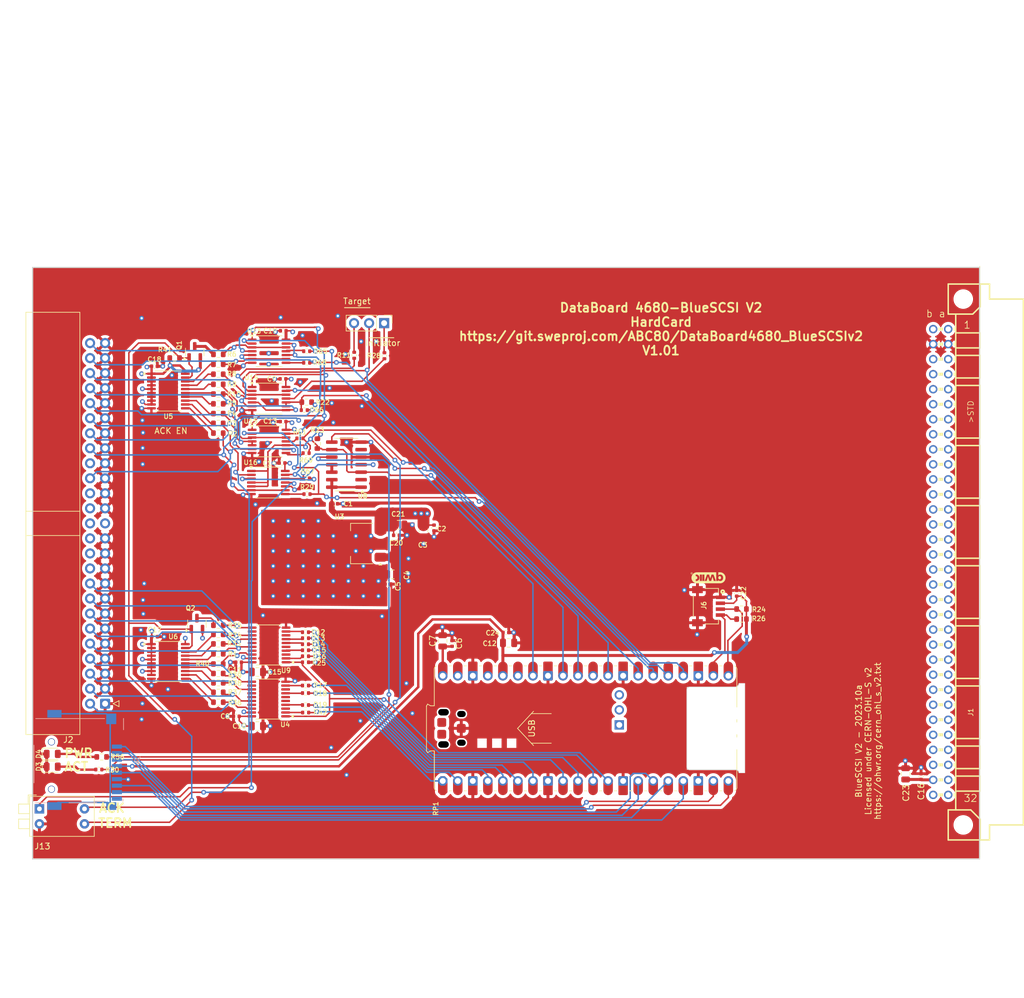
<source format=kicad_pcb>
(kicad_pcb
	(version 20240108)
	(generator "pcbnew")
	(generator_version "8.0")
	(general
		(thickness 1.6)
		(legacy_teardrops no)
	)
	(paper "A4")
	(title_block
		(title "4680-BlueSCSI V2")
		(date "2024-12-23")
		(rev "1.01")
		(company "SweProj.com")
	)
	(layers
		(0 "F.Cu" signal)
		(1 "In1.Cu" signal)
		(2 "In2.Cu" signal)
		(31 "B.Cu" signal)
		(32 "B.Adhes" user "B.Adhesive")
		(33 "F.Adhes" user "F.Adhesive")
		(34 "B.Paste" user)
		(35 "F.Paste" user)
		(36 "B.SilkS" user "B.Silkscreen")
		(37 "F.SilkS" user "F.Silkscreen")
		(38 "B.Mask" user)
		(39 "F.Mask" user)
		(40 "Dwgs.User" user "User.Drawings")
		(41 "Cmts.User" user "User.Comments")
		(42 "Eco1.User" user "User.Eco1")
		(43 "Eco2.User" user "User.Eco2")
		(44 "Edge.Cuts" user)
		(45 "Margin" user)
		(46 "B.CrtYd" user "B.Courtyard")
		(47 "F.CrtYd" user "F.Courtyard")
		(48 "B.Fab" user)
		(49 "F.Fab" user)
	)
	(setup
		(stackup
			(layer "F.SilkS"
				(type "Top Silk Screen")
			)
			(layer "F.Paste"
				(type "Top Solder Paste")
			)
			(layer "F.Mask"
				(type "Top Solder Mask")
				(thickness 0.01)
			)
			(layer "F.Cu"
				(type "copper")
				(thickness 0.035)
			)
			(layer "dielectric 1"
				(type "prepreg")
				(thickness 0.1)
				(material "FR4")
				(epsilon_r 4.5)
				(loss_tangent 0.02)
			)
			(layer "In1.Cu"
				(type "copper")
				(thickness 0.035)
			)
			(layer "dielectric 2"
				(type "core")
				(thickness 1.24)
				(material "FR4")
				(epsilon_r 4.5)
				(loss_tangent 0.02)
			)
			(layer "In2.Cu"
				(type "copper")
				(thickness 0.035)
			)
			(layer "dielectric 3"
				(type "prepreg")
				(thickness 0.1)
				(material "FR4")
				(epsilon_r 4.5)
				(loss_tangent 0.02)
			)
			(layer "B.Cu"
				(type "copper")
				(thickness 0.035)
			)
			(layer "B.Mask"
				(type "Bottom Solder Mask")
				(thickness 0.01)
			)
			(layer "B.Paste"
				(type "Bottom Solder Paste")
			)
			(layer "B.SilkS"
				(type "Bottom Silk Screen")
			)
			(copper_finish "None")
			(dielectric_constraints no)
		)
		(pad_to_mask_clearance 0)
		(allow_soldermask_bridges_in_footprints no)
		(aux_axis_origin 100 63.8)
		(pcbplotparams
			(layerselection 0x00010fc_ffffffff)
			(plot_on_all_layers_selection 0x0000000_00000000)
			(disableapertmacros no)
			(usegerberextensions no)
			(usegerberattributes yes)
			(usegerberadvancedattributes yes)
			(creategerberjobfile yes)
			(dashed_line_dash_ratio 12.000000)
			(dashed_line_gap_ratio 3.000000)
			(svgprecision 6)
			(plotframeref no)
			(viasonmask no)
			(mode 1)
			(useauxorigin no)
			(hpglpennumber 1)
			(hpglpenspeed 20)
			(hpglpendiameter 15.000000)
			(pdf_front_fp_property_popups yes)
			(pdf_back_fp_property_popups yes)
			(dxfpolygonmode yes)
			(dxfimperialunits yes)
			(dxfusepcbnewfont yes)
			(psnegative no)
			(psa4output no)
			(plotreference yes)
			(plotvalue yes)
			(plotfptext yes)
			(plotinvisibletext no)
			(sketchpadsonfab no)
			(subtractmaskfromsilk no)
			(outputformat 1)
			(mirror no)
			(drillshape 0)
			(scaleselection 1)
			(outputdirectory "gerber")
		)
	)
	(net 0 "")
	(net 1 "GND")
	(net 2 "+2V8")
	(net 3 "+5V")
	(net 4 "iATN")
	(net 5 "oIO")
	(net 6 "oREQ")
	(net 7 "oSEL")
	(net 8 "oBSY")
	(net 9 "SD_CLK")
	(net 10 "oCD_iSEL")
	(net 11 "ATN")
	(net 12 "BSY")
	(net 13 "DBP")
	(net 14 "ACK")
	(net 15 "RST")
	(net 16 "MSG")
	(net 17 "SEL")
	(net 18 "CD")
	(net 19 "REQ")
	(net 20 "IO")
	(net 21 "DB7")
	(net 22 "DB6")
	(net 23 "DB5")
	(net 24 "DB4")
	(net 25 "DB3")
	(net 26 "DB2")
	(net 27 "DB1")
	(net 28 "DB0")
	(net 29 "+3V3")
	(net 30 "oMSG_iBSY")
	(net 31 "+5F")
	(net 32 "SD_CMD_MOSI")
	(net 33 "DB4T")
	(net 34 "DB5T")
	(net 35 "DB6T")
	(net 36 "DB7T")
	(net 37 "DBPT")
	(net 38 "DB0T")
	(net 39 "DB1T")
	(net 40 "DB3T")
	(net 41 "DB2T")
	(net 42 "SD_D0_MISO")
	(net 43 "DBPTr")
	(net 44 "Net-(D3-A)")
	(net 45 "Net-(D4-A)")
	(net 46 "SD_D1")
	(net 47 "SD_D2")
	(net 48 "unconnected-(J2-Pin_22-Pad22)")
	(net 49 "unconnected-(J2-Pin_20-Pad20)")
	(net 50 "unconnected-(J2-Pin_25-Pad25)")
	(net 51 "SD_D3_CS")
	(net 52 "iRST")
	(net 53 "unconnected-(J2-Pin_24-Pad24)")
	(net 54 "iACK")
	(net 55 "unconnected-(J2-Pin_30-Pad30)")
	(net 56 "unconnected-(J2-Pin_28-Pad28)")
	(net 57 "unconnected-(J2-Pin_34-Pad34)")
	(net 58 "SCL")
	(net 59 "iSEL")
	(net 60 "TRM_ON_J")
	(net 61 "unconnected-(J4-SHIELD-Pad10)")
	(net 62 "unconnected-(J4-CD-Pad9)")
	(net 63 "unconnected-(U8-Pad2)")
	(net 64 "Net-(J10-Pin_3)")
	(net 65 "Net-(J10-Pin_1)")
	(net 66 "Net-(R56-Pad1)")
	(net 67 "Net-(U8-Pad11)")
	(net 68 "Net-(Q1-D)")
	(net 69 "iBSY")
	(net 70 "iCD")
	(net 71 "iMSG")
	(net 72 "iIO")
	(net 73 "oACK")
	(net 74 "iREQ")
	(net 75 "SDA")
	(net 76 "Net-(Q2-D)")
	(net 77 "Net-(U5-B8)")
	(net 78 "Net-(U5-B7)")
	(net 79 "Net-(U5-B6)")
	(net 80 "Net-(U5-B5)")
	(net 81 "Net-(U5-B1)")
	(net 82 "Net-(U5-B2)")
	(net 83 "Net-(U5-B3)")
	(net 84 "Net-(U5-B4)")
	(net 85 "Net-(RP1-G8)")
	(net 86 "Net-(RP1-G7)")
	(net 87 "Net-(RP1-G6)")
	(net 88 "Net-(RP1-G5)")
	(net 89 "Net-(RP1-G4)")
	(net 90 "Net-(RP1-G3)")
	(net 91 "!oBSY")
	(net 92 "Net-(RP1-G2)")
	(net 93 "Net-(RP1-G1)")
	(net 94 "Net-(RP1-G0)")
	(net 95 "Net-(RP1-G28)")
	(net 96 "unconnected-(RP1-ADC_VREF-Pad35)")
	(net 97 "unconnected-(RP1-3v3_EN-Pad37)")
	(net 98 "unconnected-(RP1-VSYS-Pad39)")
	(net 99 "unconnected-(RP1-RUN-Pad30)")
	(net 100 "unconnected-(U4-B5-Pad14)")
	(net 101 "unconnected-(U4-A5-Pad6)")
	(net 102 "USB_DM")
	(net 103 "USB_DP")
	(net 104 "ACKDr")
	(net 105 "Net-(R30-Pad1)")
	(net 106 "unconnected-(U8-Pad6)")
	(net 107 "unconnected-(U4-A2-Pad3)")
	(net 108 "unconnected-(U4-B4-Pad15)")
	(net 109 "unconnected-(U4-A7-Pad8)")
	(net 110 "unconnected-(U4-B2-Pad17)")
	(net 111 "unconnected-(U4-B7-Pad12)")
	(net 112 "unconnected-(U4-A4-Pad5)")
	(net 113 "unconnected-(U9-B7-Pad12)")
	(net 114 "unconnected-(U9-B4-Pad15)")
	(net 115 "unconnected-(U9-A2-Pad3)")
	(net 116 "unconnected-(U9-A7-Pad8)")
	(net 117 "unconnected-(U9-A4-Pad5)")
	(net 118 "unconnected-(U9-B2-Pad17)")
	(net 119 "unconnected-(J1-Pin_b9-PadB9)")
	(net 120 "unconnected-(J1-Pin_a26-PadA26)")
	(net 121 "unconnected-(J1-Pin_b18-PadB18)")
	(net 122 "unconnected-(J1-Pin_b4-PadB4)")
	(net 123 "unconnected-(J1-Pin_a28-PadA28)")
	(net 124 "unconnected-(J1-Pin_b3-PadB3)")
	(net 125 "unconnected-(J1-Pin_a19-PadA19)")
	(net 126 "unconnected-(J1-Pin_a8-PadA8)")
	(net 127 "unconnected-(J1-Pin_a17-PadA17)")
	(net 128 "unconnected-(J1-Pin_a9-PadA9)")
	(net 129 "unconnected-(J1-Pin_a22-PadA22)")
	(net 130 "unconnected-(J1-Pin_a30-PadA30)")
	(net 131 "unconnected-(J1-Pin_b12-PadB12)")
	(net 132 "unconnected-(J1-Pin_b23-PadB23)")
	(net 133 "unconnected-(J1-Pin_a27-PadA27)")
	(net 134 "unconnected-(J1-Pin_b11-PadB11)")
	(net 135 "unconnected-(J1-Pin_a5-PadA5)")
	(net 136 "unconnected-(J1-Pin_a3-PadA3)")
	(net 137 "unconnected-(J1-Pin_a10-PadA10)")
	(net 138 "unconnected-(J1-Pin_a4-PadA4)")
	(net 139 "unconnected-(J1-Pin_a13-PadA13)")
	(net 140 "unconnected-(J1-Pin_b26-PadB26)")
	(net 141 "unconnected-(J1-Pin_b20-PadB20)")
	(net 142 "unconnected-(J1-Pin_b22-PadB22)")
	(net 143 "unconnected-(J1-Pin_b28-PadB28)")
	(net 144 "unconnected-(J1-Pin_a15-PadA15)")
	(net 145 "unconnected-(J1-Pin_b19-PadB19)")
	(net 146 "unconnected-(J1-Pin_a7-PadA7)")
	(net 147 "unconnected-(J1-Pin_b6-PadB6)")
	(net 148 "unconnected-(J1-Pin_a12-PadA12)")
	(net 149 "unconnected-(J1-Pin_b25-PadB25)")
	(net 150 "unconnected-(J1-Pin_b30-PadB30)")
	(net 151 "unconnected-(J1-Pin_b1-PadB1)")
	(net 152 "unconnected-(J1-Pin_b21-PadB21)")
	(net 153 "unconnected-(J1-Pin_a25-PadA25)")
	(net 154 "unconnected-(J1-Pin_b29-PadB29)")
	(net 155 "unconnected-(J1-Pin_b17-PadB17)")
	(net 156 "unconnected-(J1-Pin_b7-PadB7)")
	(net 157 "unconnected-(J1-Pin_a18-PadA18)")
	(net 158 "unconnected-(J1-Pin_a20-PadA20)")
	(net 159 "unconnected-(J1-Pin_b15-PadB15)")
	(net 160 "unconnected-(J1-Pin_b32-PadB32)")
	(net 161 "unconnected-(J1-Pin_b8-PadB8)")
	(net 162 "unconnected-(J1-Pin_a6-PadA6)")
	(net 163 "unconnected-(J1-Pin_a23-PadA23)")
	(net 164 "unconnected-(J1-Pin_b27-PadB27)")
	(net 165 "unconnected-(J1-Pin_a1-PadA1)")
	(net 166 "unconnected-(J1-Pin_b13-PadB13)")
	(net 167 "unconnected-(J1-Pin_b16-PadB16)")
	(net 168 "unconnected-(J1-Pin_a14-PadA14)")
	(net 169 "unconnected-(J1-Pin_b5-PadB5)")
	(net 170 "unconnected-(J1-Pin_a32-PadA32)")
	(net 171 "unconnected-(J1-Pin_b10-PadB10)")
	(net 172 "unconnected-(J1-Pin_a16-PadA16)")
	(net 173 "unconnected-(J1-Pin_b14-PadB14)")
	(net 174 "unconnected-(J1-Pin_a11-PadA11)")
	(net 175 "unconnected-(J1-Pin_a21-PadA21)")
	(net 176 "unconnected-(J1-Pin_b24-PadB24)")
	(net 177 "unconnected-(J1-Pin_a29-PadA29)")
	(net 178 "unconnected-(J1-Pin_a24-PadA24)")
	(net 179 "Net-(U6-B3)")
	(net 180 "Net-(U6-B2)")
	(net 181 "Net-(U6-B1)")
	(net 182 "Net-(U6-B8)")
	(net 183 "Net-(U6-B7)")
	(net 184 "Net-(U6-B6)")
	(net 185 "Net-(U6-B5)")
	(net 186 "Net-(U6-B4)")
	(net 187 "unconnected-(RP1-ADC_VREF-Pad35)_1")
	(net 188 "unconnected-(RP1-VSYS-Pad39)_1")
	(net 189 "unconnected-(RP1-3v3_EN-Pad37)_1")
	(net 190 "unconnected-(RP1-RUN-Pad30)_1")
	(footprint "Capacitor_SMD:C_0805_2012Metric" (layer "F.Cu") (at 146.05 104.521 -90))
	(footprint "Capacitor_SMD:C_0805_2012Metric" (layer "F.Cu") (at 140.848 111.887))
	(footprint "Package_TO_SOT_SMD:SOT-223-3_TabPin2" (layer "F.Cu") (at 135.636 106.68 180))
	(footprint "Capacitor_SMD:C_0402_1005Metric" (layer "F.Cu") (at 131.036 99.949))
	(footprint "Capacitor_SMD:C_0402_1005Metric" (layer "F.Cu") (at 147.828 104.041 -90))
	(footprint "Capacitor_SMD:C_0402_1005Metric" (layer "F.Cu") (at 140.053 113.538))
	(footprint "Capacitor_SMD:C_0805_2012Metric" (layer "F.Cu") (at 160.4264 123.4694))
	(footprint "Resistor_SMD:R_0402_1005Metric" (layer "F.Cu") (at 126.1384 135.255 180))
	(footprint "Resistor_SMD:R_0603_1608Metric" (layer "F.Cu") (at 91.6686 142.748 180))
	(footprint "Resistor_SMD:R_0402_1005Metric" (layer "F.Cu") (at 125.9078 84.1248 180))
	(footprint "Resistor_SMD:R_0402_1005Metric" (layer "F.Cu") (at 91.186 144.8816 180))
	(footprint "Package_TO_SOT_SMD:SOT-23" (layer "F.Cu") (at 107.3912 74.2927 90))
	(footprint "Resistor_SMD:R_0603_1608Metric" (layer "F.Cu") (at 111.3793 128.6486))
	(footprint "Capacitor_SMD:C_0402_1005Metric" (layer "F.Cu") (at 100.612 122.428))
	(footprint "Resistor_SMD:R_0402_1005Metric" (layer "F.Cu") (at 126.113 125.73 180))
	(footprint "Resistor_SMD:R_0603_1608Metric" (layer "F.Cu") (at 111.379 84.709))
	(footprint "Capacitor_SMD:C_0402_1005Metric" (layer "F.Cu") (at 230.124 146.078 -90))
	(footprint "Resistor_SMD:R_0603_1608Metric" (layer "F.Cu") (at 199.788741 117.752345))
	(footprint "Resistor_SMD:R_0402_1005Metric" (layer "F.Cu") (at 126.2614 95.6564))
	(footprint "Connector_IDC:IDC-Header_2x25_P2.54mm_Horizontal" (layer "F.Cu") (at 92.25 133.75 180))
	(footprint "Resistor_SMD:R_0603_1608Metric" (layer "F.Cu") (at 111.3793 123.6448))
	(footprint "Package_SO:TSSOP-20_4.4x6.5mm_P0.65mm" (layer "F.Cu") (at 102.9385 80.895))
	(footprint "Resistor_SMD:R_0603_1608Metric" (layer "F.Cu") (at 111.3831 133.5))
	(footprint "Resistor_SMD:R_0603_1608Metric" (layer "F.Cu") (at 111.379 83.058))
	(footprint "Package_SO:TSSOP-14_4.4x5mm_P0.65mm" (layer "F.Cu") (at 119.9565 82.169))
	(footprint "BlackSASI:FAB64Q"
		(layer "F.Cu")
		(uuid "26208410-b861-443a-96ab-4be8c1b4e911")
		(at 237.25 109.8)
		(descr "<b>DIN 41612 CONNECTOR</b>\n<p>\nMale, 64 pins, type B, rows ab, grid 2.54 mm<br />\nFemale, 64 bits, type Q, rows ab, grid 2.54 mm<br />\nB mates with Q, but pin numbers reversed\n</p>")
		(property "Reference" "J1"
			(at 1.27 25.4 90)
			(layer "F.SilkS")
			(uuid "13087239-ed6a-43c7-b15a-24cec44e09eb")
			(effects
				(font
					(size 0.8 0.8)
					(thickness 0.12065)
				)
			)
		)
		(property "Value" "Conn_02x32_Row_Letter_First"
			(at 1.27 5.1054 90)
			(layer "F.Fab")
			(uuid "6247e465-381f-4619-8f0a-f9e43208278e")
			(effects
				(font
					(size 1.2065 1.2065)
					(thickness 0.12065)
				)
			)
		)
		(property "Footprint" "BlackSASI:FAB64Q"
			(at 0 0 0)
			(layer "F.Fab")
			(hide yes)
			(uuid "d027eda5-0b2f-421a-a229-90d8e6b161e1")
			(effects
				(font
					(size 1.27 1.27)
					(thickness 0.15)
				)
			)
		)
		(property "Datasheet" ""
			(at 0 0 0)
			(layer "F.Fab")
			(hide yes)
			(uuid "20ec8b47-169f-427a-a1cf-5fdfef213965")
			(effects
				(font
					(size 1.27 1.27)
					(thickness 0.15)
				)
			)
		)
		(property "Description" "Generic connector, double row, 02x32, row letter first pin numbering scheme (pin number consists of a letter for the row and a number for the pin index in this row. a1, ..., aN; b1, ..., bN), script generated (kicad-library-utils/schlib/autogen/connector/)"
			(at 0 0 0)
			(layer "F.Fab")
			(hide yes)
			(uuid "f08dad7b-b8e7-42e9-9ba5-c348c261e890")
			(effects
				(font
					(size 1.27 1.27)
					(thickness 0.15)
				)
			)
		)
		(property "JLC Part#" ""
			(at 0 0 0)
			(unlocked yes)
			(layer "F.Fab")
			(hide yes)
			(uuid "19db3a7e-b123-427f-a3fd-8724e1b058f8")
			(effects
				(font
					(size 1 1)
					(thickness 0.15)
				)
			)
		)
		(property ki_fp_filters "Connector*:*_2x??_*")
		(path "/f03a5fc0-9798-4033-842c-4371c8fa3a63/0da800b7-5ded-4613-a609-6dc6dede600b")
		(sheetname "SCSI_And_Power")
		(sheetfile "SCSI_And_Power.kicad_sch")
		(attr through_hole)
		(fp_line
			(start -2.54 -46.99)
			(end -2.54 -41.91)
			(stroke
				(width 0.254)
				(type solid)
			)
			(layer "F.SilkS")
			(uuid "7fe355ae-2b60-419b-8ca9-7b773909a919")
		)
		(fp_line
			(start -2.54 -41.91)
			(end -1.27 -41.91)
			(stroke
				(width 0.254)
				(type solid)
			)
			(layer "F.SilkS")
			(uuid "ca1eea0f-6eec-4e05-80d6-f9e06a356ad1")
		)
		(fp_line
			(start -2.54 41.91)
			(end -2.54 46.99)
			(stroke
				(width 0.254)
				(type solid)
			)
			(layer "F.SilkS")
			(uuid "747409f7-f7e6-403b-8eb1-5e72662ec4c1")
		)
		(fp_line
			(start -2.54 41.91)
			(end -1.27 41.91)
			(stroke
				(width 0.254)
				(type solid)
			)
			(layer "F.SilkS")
			(uuid "9d42bcf1-305e-4df9-9642-4a9807f0269d")
		)
		(fp_line
			(start -2.54 46.99)
			(end 2.8702 46.99)
			(stroke
				(width 0.254)
				(type solid)
			)
			(layer "F.SilkS")
			(uuid "3e519f2c-1d97-4dc1-b426-e217a2f6715a")
		)
		(fp_line
			(start -1.27 -41.91)
			(end -1.27 -38.735)
			(stroke
				(width 0.254)
				(type solid)
			)
			(layer "F.SilkS")
			(uuid "c29f44a0-7057-40a5-8b1b-3f708fc410d9")
		)
		(fp_line
			(start -1.27 -41.91)
			(end 1.6002 -41.91)
			(stroke
				(width 0.254)
				(type solid)
			)
			(layer "F.SilkS")
			(uuid "5e33f08f-357a-45af-be65-18a5f560d149")
		)
		(fp_line
			(start -1.27 -38.735)
			(end -1.27 -36.195)
			(stroke
				(width 0.254)
				(type solid)
			)
			(layer "F.SilkS")
			(uuid "a8d1c501-979d-45c0-a2d5-c4c5b1bffe42")
		)
		(fp_line
			(start -1.27 -36.195)
			(end -1.27 -34.925)
			(stroke
				(width 0.254)
				(type solid)
			)
			(layer "F.SilkS")
			(uuid "f1031821-08fa-43c6-a8ec-9ad6491f88ee")
		)
		(fp_line
			(start -1.27 -34.925)
			(end -1.27 -31.115)
			(stroke
				(width 0.254)
				(type solid)
			)
			(layer "F.SilkS")
			(uuid "9a4aa2cb-8636-47b9-9dc5-22e90707da90")
		)
		(fp_line
			(start -1.27 -31.115)
			(end -1.27 -29.845)
			(stroke
				(width 0.254)
				(type solid)
			)
			(layer "F.SilkS")
			(uuid "14b5d4bd-ef60-445b-9e3a-ff45b7e111f5")
		)
		(fp_line
			(start -1.27 -29.845)
			(end -1.27 -20.955)
			(stroke
				(width 0.254)
				(type solid)
			)
			(layer "F.SilkS")
			(uuid "020b770c-6288-4c35-a64d-cff6006c4bd6")
		)
		(fp_line
			(start -1.27 -20.955)
			(end -1.27 -19.685)
			(stroke
				(width 0.254)
				(type solid)
			)
			(layer "F.SilkS")
			(uuid "2a344c93-ff9a-4149-8601-597681d1c130")
		)
		(fp_line
			(start -1.27 -19.685)
			(end -1.27 -10.795)
			(stroke
				(width 0.254)
				(type solid)
			)
			(layer "F.SilkS")
			(uuid "3551ea3d-4a5a-4e7a-a9d1-e6cead56cfad")
		)
		(fp_line
			(start -1.27 -10.795)
			(end -1.27 -9.525)
			(stroke
				(width 0.254)
				(type solid)
			)
			(layer "F.SilkS")
			(uuid "c742c6fa-fe37-41fd-aa9c-94d9784ff366")
		)
		(fp_line
			(start -1.27 -9.525)
			(end -1.27 -0.635)
			(stroke
				(width 0.254)
				(type solid)
			)
			(layer "F.SilkS")
			(uuid "40802b4a-bde8-4270-b283-d48de14e2940")
		)
		(fp_line
			(start -1.27 -0.635)
			(end -1.27 0.635)
			(stroke
				(width 0.254)
				(type solid)
			)
			(layer "F.SilkS")
			(uuid "7e5e78a6-db3e-4d72-adea-da016d8b50b7")
		)
		(fp_line
			(start -1.27 0.635)
			(end -1.27 9.525)
			(stroke
				(width 0.254)
				(type solid)
			)
			(layer "F.SilkS")
			(uuid "ea9317b7-fbb6-45ef-9734-2d7e2d0c1c4b")
		)
		(fp_line
			(start -1.27 9.525)
			(end -1.27 10.795)
			(stroke
				(width 0.254)
				(type solid)
			)
			(layer "F.SilkS")
			(uuid "6ef6cc35-22ff-456b-b5ca-3e8989abc4aa")
		)
		(fp_line
			(start -1.27 10.795)
			(end -1.27 19.685)
			(stroke
				(width 0.254)
				(type solid)
			)
			(layer "F.SilkS")
			(uuid "c0acbf16-6105-4222-82c0-f139af1464df")
		)
		(fp_line
			(start -1.27 19.685)
			(end -1.27 20.955)
			(stroke
				(width 0.254)
				(type solid)
			)
			(layer "F.SilkS")
			(uuid "ca96b7e3-84a6-425e-99c0-0ce1c647a6e8")
		)
		(fp_line
			(start -1.27 20.955)
			(end -1.27 29.845)
			(stroke
				(width 0.254)
				(type solid)
			)
			(layer "F.SilkS")
			(uuid "330dbb8a-4b18-4a61-a1f3-037b91e215dc")
		)
		(fp_line
			(start -1.27 29.845)
			(end -1.27 31.115)
			(stroke
				(width 0.254)
				(type solid)
			)
			(layer "F.SilkS")
			(uuid "5fdf6a28-2b27-4159-81b7-ece58a025484")
		)
		(fp_line
			(start -1.27 31.115)
			(end -1.27 34.925)
			(stroke
				(width 0.254)
				(type solid)
			)
			(layer "F.SilkS")
			(uuid "a8229095-8e57-453a-8daa-5478505adf88")
		)
		(fp_line
			(start -1.27 34.925)
			(end -1.27 36.195)
			(stroke
				(width 0.254)
				(type solid)
			)
			(layer "F.SilkS")
			(uuid "9c3dcb23-dd18-4d3b-b295-374cc9954177")
		)
		(fp_line
			(start -1.27 36.195)
			(end -1.27 38.735)
			(stroke
				(width 0.254)
				(type solid)
			)
			(layer "F.SilkS")
			(uuid "11cd697a-6a19-477f-9092-fa42d0667cb8")
		)
		(fp_line
			(start -1.27 38.735)
			(end -1.27 41.91)
			(stroke
				(width 0.254)
				(type solid)
			)
			(layer "F.SilkS")
			(uuid "9b79be80-9070-4cf0-9b6c-38c0df5055cf")
		)
		(fp_line
			(start -1.27 41.91)
			(end 1.27 41.91)
			(stroke
				(width 0.254)
				(type solid)
			)
			(layer "F.SilkS")
			(uuid "1c46a719-d2b7-48f8-8b81-4ec08943bb79")
		)
		(fp_line
			(start 1.6002 -41.91)
			(end 2.8702 -43.18)
			(stroke
				(width 0.254)
				(type solid)
			)
			(layer "F.SilkS")
			(uuid "3c7a5e40-d751-48d1-9673-51392235952d")
		)
		(fp_line
			(start 2.794 -38.735)
			(end -1.27 -38.735)
			(stroke
				(width 0.254)
				(type solid)
			)
			(layer "F.SilkS")
			(uuid "68ca1535-9261-4efd-ad33-3c9298c72c97")
		)
		(fp_line
			(start 2.794 -38.735)
			(end 2.794 -36.195)
			(stroke
				(width 0.254)
				(type solid)
			)
			(layer "F.SilkS")
			(uuid "93d99937-4db7-46c9-a190-ef6e94f0e64e")
		)
		(fp_line
			(start 2.794 -36.195)
			(end -1.27 -36.195)
			(stroke
				(width 0.254)
				(type solid)
			)
			(layer "F.SilkS")
			(uuid "0bddc830-6382-4a58-acc2-8bbe88aedcbd")
		)
		(fp_line
			(start 2.794 -34.925)
			(end -1.27 -34.925)
			(stroke
				(width 0.254)
				(type solid)
			)
			(layer "F.SilkS")
			(uuid "55824bad-f6dc-45d6-9473-ae95904cd953")
		)
		(fp_line
			(start 2.794 -34.925)
			(end 2.794 -31.115)
			(stroke
				(width 0.254)
				(type solid)
			)
			(layer "F.SilkS")
			(uuid "013d383d-67b6-40f0-a5e6-8e72efd64702")
		)
		(fp_line
			(start 2.794 -31.115)
			(end -1.27 -31.115)
			(stroke
				(width 0.254)
				(type solid)
			)
			(layer "F.SilkS")
			(uuid "6cdb74f4-6802-4a22-b292-4f763b027661")
		)
		(fp_line
			(start 2.794 -29.845)
			(end -1.27 -29.845)
			(stroke
				(width 0.254)
				(type solid)
			)
			(layer "F.SilkS")
			(uuid "6d195c0a-c6b4-43ec-9385-cc27946e430f")
		)
		(fp_line
			(start 2.794 -29.845)
			(end 2.794 -20.955)
			(stroke
				(width 0.254)
				(type solid)
			)
			(layer "F.SilkS")
			(uuid "6c872904-2ec4-45bc-ab7f-1f7ec00fde5a")
		)
		(fp_line
			(start 2.794 -20.955)
			(end -1.27 -20.955)
			(stroke
				(width 0.254)
				(type solid)
			)
			(layer "F.SilkS")
			(uuid "689f1c0b-2b17-441f-8c9e-39f6ffbf693a")
		)
		(fp_line
			(start 2.794 -19.685)
			(end -1.27 -19.685)
			(stroke
				(width 0.254)
				(type solid)
			)
			(layer "F.SilkS")
			(uuid "24bb3102-572c-4d1c-9d25-68b2681b9739")
		)
		(fp_line
			(start 2.794 -19.685)
			(end 2.794 -10.795)
			(stroke
				(width 0.254)
				(type solid)
			)
			(layer "F.SilkS")
			(uuid "e2118888-8a24-4b1b-ab1d-84b68ac0f39a")
		)
		(fp_line
			(start 2.794 -10.795)
			(end -1.27 -10.795)
			(stroke
				(width 0.254)
				(type solid)
			)
			(layer "F.SilkS")
			(uuid "3fc71316-f997-4172-80b6-37c595c434cf")
		)
		(fp_line
			(start 2.794 -9.525)
			(end -1.27 -9.525)
			(stroke
				(width 0.254)
				(type solid)
			)
			(layer "F.SilkS")
			(uuid "61ccc254-1e50-4750-8b03-738a1ac652a4")
		)
		(fp_line
			(start 2.794 -9.525)
			(end 2.794 -0.635)
			(stroke
				(width 0.254)
				(type solid)
			)
			(layer "F.SilkS")
			(uuid "52a6bcc5-3aaf-4952-bad4-efc5c1b55344")
		)
		(fp_line
			(start 2.794 -0.635)
			(end -1.27 -0.635)
			(stroke
				(width 0.254)
				(type solid)
			)
			(layer "F.SilkS")
			(uuid "e83e3a9f-7c28-4fec-b426-63f479d77671")
		)
		(fp_line
			(start 2.794 0.635)
			(end -1.27 0.635)
			(stroke
				(width 0.254)
				(type solid)
			)
			(layer "F.SilkS")
			(uuid "92a2884d-a2bf-4eb4-a201-06aa63c126de")
		)
		(fp_line
			(start 2.794 0.635)
			(end 2.794 9.525)
			(stroke
				(width 0.254)
				(type solid)
			)
			(layer "F.SilkS")
			(uuid "b8574c7f-c44e-4fec-a696-ff4dbee517b5")
		)
		(fp_line
			(start 2.794 9.525)
			(end -1.27 9.525)
			(stroke
				(width 0.254)
				(type solid)
			)
			(layer "F.SilkS")
			(uuid "c46228b6-7b29-4579-a7ee-4c8152738428")
		)
		(fp_line
			(start 2.794 10.795)
			(end -1.27 10.795)
			(stroke
				(width 0.254)
				(type solid)
			)
			(layer "F.SilkS")
			(uuid "de80f79b-4205-4091-8116-30e6df6c0c1a")
		)
		(fp_line
			(start 2.794 10.795)
			(end 2.794 19.685)
			(stroke
				(width 0.254)
				(type solid)
			)
			(layer "F.SilkS")
			(uuid "05627e56-bbdf-4ee4-8bdb-2e5ebc14362e")
		)
		(fp_line
			(start 2.794 19.685)
			(end -1.27 19.685)
			(stroke
				(width 0.254)
				(type solid)
			)
			(layer "F.SilkS")
			(uuid "2b1fe4c1-610a-4cf2-8968-98e3f8f2297e")
		)
		(fp_line
			(start 2.794 20.955)
			(end -1.27 20.955)
			(stroke
				(width 0.254)
				(type solid)
			)
			(layer "F.SilkS")
			(uuid "3e3a18aa-eed5-4fa4-a364-5f1d07cb675b")
		)
		(fp_line
			(start 2.794 20.955)
			(end 2.794 29.845)
			(stroke
				(width 0.254)
				(type solid)
			)
			(layer "F.SilkS")
			(uuid "543e681b-53f9-4210-b717-ffc7b9d635af")
		)
		(fp_line
			(start 2.794 29.845)
			(end -1.27 29.845)
			(stroke
				(width 0.254)
				(type solid)
			)
			(layer "F.SilkS")
			(uuid "e7c3cca8-c65f-4cd8-8196-7c1dfd0377d8")
		)
		(fp_line
			(start 2.794 31.115)
			(end -1.27 31.115)
			(stroke
				(width 0.254)
				(type solid)
			)
			(layer "F.SilkS")
			(uuid "9497d1cb-95d7-4aa0-a530-4be000a8cc0d")
		)
		(fp_line
			(start 2.794 31.115)
			(end 2.794 34.925)
			(stroke
				(width 0.254)
				(type solid)
			)
			(layer "F.SilkS")
			(uuid "45eb00da-c09d-473a-bd8d-3cb78bb74aa9")
		)
		(fp_line
			(start 2.794 34.925)
			(end -1.27 34.925)
			(stroke
				(width 0.254)
				(type solid)
			)
			(layer "F.SilkS")
			(uuid "e0edd9a1-59d1-44b0-bb94-d6d8239984c3")
		)
		(fp_line
			(start 2.794 36.195)
			(end -1.27 36.195)
			(stroke
				(width 0.254)
				(type solid)
			)
			(layer "F.SilkS")
			(uuid "f2896169-8e41-4390-a888-a9e7a65ef6d5")
		)
		(fp_line
			(start 2.794 36.195)
			(end 2.794 38.735)
			(stroke
				(width 0.254)
				(type solid)
			)
			(layer "F.SilkS")
			(uuid "373eec37-a790-4669-8468-ce8556bad29b")
		)
		(fp_line
			(start 2.794 38.735)
			(end -1.27 38.735)
			(stroke
				(width 0.254)
				(type solid)
			)
			(layer "F.SilkS")
			(uuid "5fe06bb1-21c5-4f09-ba32-4f43d333198b")
		)
		(fp_line
			(start 2.794 50.0126)
			(end 2.794 -50.0126)
			(stroke
				(width 0.12)
				(type solid)
			)
			(layer "F.SilkS")
			(uuid "2f6da1a4-b087-474f-899c-9c0f0d191682")
		)
		(fp_line
			(start 2.8702 -46.99)
			(end -2.54 -46.99)
			(stroke
				(width 0.254)
				(type solid)
			)
			(layer "F.SilkS")
			(uuid "e087bc04-9ed9-44d3-9eee-6b1506d90c16")
		)
		(fp_line
			(start 2.8702 -43.18)
			(end 2.8702 -46.99)
			(stroke
				(width 0.254)
				(type solid)
			)
			(layer "F.SilkS")
			(uuid "e45100a3-ad86-44da-9755-4bd83fc098a3")
		)
		(fp_line
			(start 2.8702 43.5102)
			(end 1.27 41.91)
			(stroke
				(width 0.254)
				(type solid)
			)
			(layer "F.SilkS")
			(uuid "2038847f-e0e4-4fa9-b5a7-0fa481e0c396")
		)
		(fp_line
			(start 2.8702 43.5102)
			(end 2.8702 46.99)
			(stroke
				(width 0.254)
				(type solid)
			)
			(layer "F.SilkS")
			(uuid "a7e6f98d-c6e0-4296-b20e-2e55d4ce2492")
		)
		(fp_line
			(start 2.8702 46.99)
			(end 4.445 46.99)
			(stroke
				(width 0.254)
				(type solid)
			)
			(layer "F.SilkS")
			(uuid "2e6df4de-7da2-488f-a682-d2816290f0e5")
		)
		(fp_line
			(start 4.445 -46.99)
			(end 2.8702 -46.99)
			(stroke
				(width 0.254)
				(type solid)
			)
			(layer "F.SilkS")
			(uuid "a5cff852-192d-4a28-8ee3-35be4d64236e")
		)
		(fp_line
			(start 4.445 -44.45)
			(end 4.445 -46.99)
			(stroke
				(width 0.254)
				(type solid)
			)
			(layer "F.SilkS")
			(uuid "c1ba7f98-1abb-458b-89ea-8ab8853b1e3a")
		)
		(fp_line
			(start 4.445 44.45)
			(end 10.16 44.45)
			(stroke
				(width 0.254)
				(type solid)
			)
			(layer "F.SilkS")
			(uuid "bf3a9abd-cc45-443e-b159-9c0020e2dd45")
		)
		(fp_line
			(start 4.445 46.99)
			(end 4.445 44.45)
			(stroke
				(width 0.254)
				(type solid)
			)
			(layer "F.SilkS")
			(uuid "4845cc1e-fbe1-4db1-8065-b3a59339efc6")
		)
		(fp_line
			(start 10.16 -44.45)
			(end 4.445 -44.45)
			(stroke
				(width 0.254)
				(type solid)
			)
			(layer "F.SilkS")
			(uuid "57f0b5f6-945b-433b-b255-94845596ec53")
		)
		(fp_line
			(start 10.16 44.45)
			(end 10.16 -44.45)
			(stroke
				(width 0.254)
				(type solid)
			)
			(layer "F.SilkS")
			(uuid "abc8892c-a38a-474c-9383-5712a75279f8")
		)
		(fp_circle
			(center 0 -44.45)
			(end 1.27 -44.45)
			(stroke
				(width 0.254)
				(type solid)
			)
			(fill none)
			(layer "F.SilkS")
			(uuid "0384e95f-b817-4fce-b670-596013b251c1")
		)
		(fp_circle
			(center 0 44.45)
			(end 1.27 44.45)
			(stroke
				(width 0.254)
				(type solid)
			)
			(fill none)
			(layer "F.SilkS")
			(uuid "bc197296-be97-4188-b31a-4765fffc8da7")
		)
		(fp_poly
			(pts
				(xy -4.191 -39.116) (xy -3.429 -39.116) (xy -3.429 -39.624) (xy -4.191 -39.624)
			)
			(stroke
				(width 0)
				(type solid)
			)
			(fill solid)
			(layer "F.SilkS")
			(uuid "cfed0a5a-e5a1-4ecb-9ac3-fa0b53f6680f")
		)
		(fp_poly
			(pts
				(xy -4.191 -36.576) (xy -3.429 -36.576) (xy -3.429 -37.084) (xy -4.191 -37.084)
			)
			(stroke
				(width 0)
				(type solid)
			)
			(fill solid)
			(layer "F.SilkS")
			(uuid "fff05cc0-bc44-495a-acd4-e1c850513e5d")
		)
		(fp_poly
			(pts
				(xy -4.191 -34.036) (xy -3.429 -34.036) (xy -3.429 -34.544) (xy -4.191 -34.544)
			)
			(stroke
				(width 0)
				(type solid)
			)
			(fill solid)
			(layer "F.SilkS")
			(uuid "756bc392-a319-41f8-949a-44f46ce46f59")
		)
		(fp_poly
			(pts
				(xy -4.191 -31.496) (xy -3.429 -31.496) (xy -3.429 -32.004) (xy -4.191 -32.004)
			)
			(stroke
				(width 0)
				(type solid)
			)
			(fill solid)
			(layer "F.SilkS")
			(uuid "54c521e8-670b-4b3e-a5d6-1934970a1771")
		)
		(fp_poly
			(pts
				(xy -4.191 -28.956) (xy -3.429 -28.956) (xy -3.429 -29.464) (xy -4.191 -29.464)
			)
			(stroke
				(width 0)
				(type solid)
			)
			(fill solid)
			(layer "F.SilkS")
			(uuid "23c9f790-0f57-4ec9-8cce-601fd01800c2")
		)
		(fp_poly
			(pts
				(xy -4.191 -26.416) (xy -3.429 -26.416) (xy -3.429 -26.924) (xy -4.191 -26.924)
			)
			(stroke
				(width 0)
				(type solid)
			)
			(fill solid)
			(layer "F.SilkS")
			(uuid "4a797197-9f15-4c65-8c33-433987a8ad6e")
		)
		(fp_poly
			(pts
				(xy -4.191 -23.876) (xy -3.429 -23.876) (xy -3.429 -24.384) (xy -4.191 -24.384)
			)
			(stroke
				(width 0)
				(type solid)
			)
			(fill solid)
			(layer "F.SilkS")
			(uuid "9a598164-3961-4fa6-a42c-aae4a22bda37")
		)
		(fp_poly
			(pts
				(xy -4.191 -21.336) (xy -3.429 -21.336) (xy -3.429 -21.844) (xy -4.191 -21.844)
			)
			(stroke
				(width 0)
				(type solid)
			)
			(fill solid)
			(layer "F.SilkS")
			(uuid "b03c16e8-1399-487b-8c1a-3e40a9372f1f")
		)
		(fp_poly
			(pts
				(xy -4.191 -18.796) (xy -3.429 -18.796) (xy -3.429 -19.304) (xy -4.191 -19.304)
			)
			(stroke
				(width 0)
				(type solid)
			)
			(fill solid)
			(layer "F.SilkS")
			(uuid "5c556d2c-ea83-49a3-a433-d9915ce5722f")
		)
		(fp_poly
			(pts
				(xy -4.191 -16.256) (xy -3.429 -16.256) (xy -3.429 -16.764) (xy -4.191 -16.764)
			)
			(stroke
				(width 0)
				(type solid)
			)
			(fill solid)
			(layer "F.SilkS")
			(uuid "1ad594cd-9d37-4030-91fc-d33c511b04ad")
		)
		(fp_poly
			(pts
				(xy -4.191 -13.716) (xy -3.429 -13.716) (xy -3.429 -14.224) (xy -4.191 -14.224)
			)
			(stroke
				(width 0)
				(type solid)
			)
			(fill solid)
			(layer "F.SilkS")
			(uuid "fd6e869f-ff83-4e3d-90e2-3215758f2ba6")
		)
		(fp_poly
			(pts
				(xy -4.191 -11.176) (xy -3.429 -11.176) (xy -3.429 -11.684) (xy -4.191 -11.684)
			)
			(stroke
				(width 0)
				(type solid)
			)
			(fill solid)
			(layer "F.SilkS")
			(uuid "0df4f498-a6f0-4536-966c-94c2816936c5")
		)
		(fp_poly
			(pts
				(xy -4.191 -8.636) (xy -3.429 -8.636) (xy -3.429 -9.144) (xy -4.191 -9.144)
			)
			(stroke
				(width 0)
				(type solid)
			)
			(fill solid)
			(layer "F.SilkS")
			(uuid "ec4ab9eb-a71a-45bf-94a4-4084a4073678")
		)
		(fp_poly
			(pts
				(xy -4.191 -6.096) (xy -3.429 -6.096) (xy -3.429 -6.604) (xy -4.191 -6.604)
			)
			(stroke
				(width 0)
				(type solid)
			)
			(fill solid)
			(layer "F.SilkS")
			(uuid "46da58b4-4f1a-4336-94fb-4e57e3630de0")
		)
		(fp_poly
			(pts
				(xy -4.191 -3.556) (xy -3.429 -3.556) (xy -3.429 -4.064) (xy -4.191 -4.064)
			)
			(stroke
				(width 0)
				(type solid)
			)
			(fill solid)
			(layer "F.SilkS")
			(uuid "33c6b068-8e36-4b9b-9c97-9e20eb62cff6")
		)
		(fp_poly
			(pts
				(xy -4.191 -1.016) (xy -3.429 -1.016) (xy -3.429 -1.524) (xy -4.191 -1.524)
			)
			(stroke
				(width 0)
				(type solid)
			)
			(fill solid)
			(layer "F.SilkS")
			(uuid "b156e0ef-0309-4b15-9bda-f56a1ef37688")
		)
		(fp_poly
			(pts
				(xy -4.191 1.524) (xy -3.429 1.524) (xy -3.429 1.016) (xy -4.191 1.016)
			)
			(stroke
				(width 0)
				(type solid)
			)
			(fill solid)
			(layer "F.SilkS")
			(uuid "663b9166-8708-4062-b82f-89a4d86c247b")
		)
		(fp_poly
			(pts
				(xy -4.191 4.064) (xy -3.429 4.064) (xy -3.429 3.556) (xy -4.191 3.556)
			)
			(stroke
				(width 0)
				(type solid)
			)
			(fill solid)
			(layer "F.SilkS")
			(uuid "26ee9e88-eb4b-48a6-b3fd-20316d735a03")
		)
		(fp_poly
			(pts
				(xy -4.191 6.604) (xy -3.429 6.604) (xy -3.429 6.096) (xy -4.191 6.096)
			)
			(stroke
				(width 0)
				(type solid)
			)
			(fill solid)
			(layer "F.SilkS")
			(uuid "5bd22dfd-4066-4e94-b273-69eb096a7940")
		)
		(fp_poly
			(pts
				(xy -4.191 9.144) (xy -3.429 9.144) (xy -3.429 8.636) (xy -4.191 8.636)
			)
			(stroke
				(width 0)
				(type solid)
			)
			(fill solid)
			(layer "F.SilkS")
			(uuid "f56b86f4-b0c0-42f8-839a-0bd677a77e23")
		)
		(fp_poly
			(pts
				(xy -4.191 11.684) (xy -3.429 11.684) (xy -3.429 11.176) (xy -4.191 11.176)
			)
			(stroke
				(width 0)
				(type solid)
			)
			(fill solid)
			(layer "F.SilkS")
			(uuid "9f64ab02-b0bd-4902-9062-503b70213721")
		)
		(fp_poly
			(pts
				(xy -4.191 14.224) (xy -3.429 14.224) (xy -3.429 13.716) (xy -4.191 13.716)
			)
			(stroke
				(width 0)
				(type solid)
			)
			(fill solid)
			(layer "F.SilkS")
			(uuid "0b1cdcc7-c7da-445d-9cbf-8fd33cc042b2")
		)
		(fp_poly
			(pts
				(xy -4.191 16.764) (xy -3.429 16.764) (xy -3.429 16.256) (xy -4.191 16.256)
			)
			(stroke
				(width 0)
				(type solid)
			)
			(fill solid)
			(layer "F.SilkS")
			(uuid "2c050c16-48fc-457f-b017-34af5c29b51b")
		)
		(fp_poly
			(pts
				(xy -4.191 19.304) (xy -3.429 19.304) (xy -3.429 18.796) (xy -4.191 18.796)
			)
			(stroke
				(width 0)
				(type solid)
			)
			(fill solid)
			(layer "F.SilkS")
			(uuid "ba535179-8df8-4d67-84a8-fa4cb0f064de")
		)
		(fp_poly
			(pts
				(xy -4.191 21.844) (xy -3.429 21.844) (xy -3.429 21.336) (xy -4.191 21.336)
			)
			(stroke
				(width 0)
				(type solid)
			)
			(fill solid)
			(layer "F.SilkS")
			(uuid "243698c6-e129-4b49-ac38-d8dd615f6a5b")
		)
		(fp_poly
			(pts
				(xy -4.191 24.384) (xy -3.429 24.384) (xy -3.429 23.876) (xy -4.191 23.876)
			)
			(stroke
				(width 0)
				(type solid)
			)
			(fill solid)
			(layer "F.SilkS")
			(uuid "4bae73d7-5cf8-4b8e-875e-f86c72c26f1a")
		)
		(fp_poly
			(pts
				(xy -4.191 26.924) (xy -3.429 26.924) (xy -3.429 26.416) (xy -4.191 26.416)
			)
			(stroke
				(width 0)
				(type solid)
			)
			(fill solid)
			(layer "F.SilkS")
			(uuid "612cb10f-44b7-4ca7-b618-4a0ae8127ec3")
		)
		(fp_poly
			(pts
				(xy -4.191 29.464) (xy -3.429 29.464) (xy -3.429 28.956) (xy -4.191 28.956)
			)
			(stroke
				(width 0)
				(type solid)
			)
			(fill solid)
			(layer "F.SilkS")
			(uuid "44930c6c-f7a1-4bcb-972e-f5a0b6a0bf33")
		)
		(fp_poly
			(pts
				(xy -4.191 32.004) (xy -3.429 32.004) (xy -3.429 31.496) (xy -4.191 31.496)
			)
			(stroke
				(width 0)
				(type solid)
			)
			(fill solid)
			(layer "F.SilkS")
			(uuid "11bb1f97-21d9-4e1c-bbfa-861b9a960652")
		)
		(fp_poly
			(pts
				(xy -4.191 34.544) (xy -3.429 34.544) (xy -3.429 34.036) (xy -4.191 34.036)
			)
			(stroke
				(width 0)
				(type solid)
			)
			(fill solid)
			(layer "F.SilkS")
			(uuid "e6828d35-10fd-4c45-9d3c-05e4e5a0facc")
		)
		(fp_poly
			(pts
				(xy -4.191 37.084) (xy -3.429 37.084) (xy -3.429 36.576) (xy -4.191 36.576)
			)
			(stroke
				(width 0)
				(type solid)
			)
			(fill solid)
			(layer "F.SilkS")
			(uuid "a2e4bd5c-4fa8-424e-af9e-8863f4e264fb")
		)
		(fp_poly
			(pts
				(xy -4.191 39.624) (xy -3.429 39.624) (xy -3.429 39.116) (xy -4.191 39.116)
			)
			(stroke
				(width 0)
				(type solid)
			)
			(fill solid)
			(layer "F.SilkS")
			(uuid "f566c6b7-2195-43e5-aaa9-14f240aae64a")
		)
		(fp_poly
			(pts
				(xy -1.651 -39.116) (xy -1.27 -39.116) (xy -1.27 -39.624) (xy -1.651 -39.624)
			)
			(stroke
				(width 0)
				(type solid)
			)
			(fill solid)
			(layer "F.SilkS")
			(uuid "395fd501-3b5d-412b-9b89-52991bf15bc9")
		)
		(fp_poly
			(pts
				(xy -1.651 -36.576) (xy -1.27 -36.576) (xy -1.27 -37.084) (xy -1.651 -37.084)
			)
			(stroke
				(width 0)
				(type solid)
			)
			(fill solid)
			(layer "F.SilkS")
			(uuid "7826e645-c7c8-41d0-8698-8c58ae00fb53")
		)
		(fp_poly
			(pts
				(xy -1.651 -34.036) (xy -1.27 -34.036) (xy -1.27 -34.544) (xy -1.651 -34.544)
			)
			(stroke
				(width 0)
				(type solid)
			)
			(fill solid)
			(layer "F.SilkS")
			(uuid "3439f572-d1cb-4390-8a3f-87f20ecc1b45")
		)
		(fp_poly
			(pts
				(xy -1.651 -31.496) (xy -1.27 -31.496) (xy -1.27 -32.004) (xy -1.651 -32.004)
			)
			(stroke
				(width 0)
				(type solid)
			)
			(fill solid)
			(layer "F.SilkS")
			(uuid "2a7a6df4-b0bf-4f65-b7e9-963ff1f7c48c")
		)
		(fp_poly
			(pts
				(xy -1.651 -28.956) (xy -1.27 -28.956) (xy -1.27 -29.464) (xy -1.651 -29.464)
			)
			(stroke
				(width 0)
				(type solid)
			)
			(fill solid)
			(layer "F.SilkS")
			(uuid "53db0935-9c7d-4f56-a7d4-a0e373e1413c")
		)
		(fp_poly
			(pts
				(xy -1.651 -26.416) (xy -1.27 -26.416) (xy -1.27 -26.924) (xy -1.651 -26.924)
			)
			(stroke
				(width 0)
				(type solid)
			)
			(fill solid)
			(layer "F.SilkS")
			(uuid "9857f927-4067-437c-bf6f-8b926eb8e074")
		)
		(fp_poly
			(pts
				(xy -1.651 -23.876) (xy -1.27 -23.876) (xy -1.27 -24.384) (xy -1.651 -24.384)
			)
			(stroke
				(width 0)
				(type solid)
			)
			(fill solid)
			(layer "F.SilkS")
			(uuid "5acebe4a-ae6f-4bf7-9aad-750086cfd306")
		)
		(fp_poly
			(pts
				(xy -1.651 -21.336) (xy -1.27 -21.336) (xy -1.27 -21.844) (xy -1.651 -21.844)
			)
			(stroke
				(width 0)
				(type solid)
			)
			(fill solid)
			(layer "F.SilkS")
			(uuid "70f59de6-3818-4762-a421-1e6e387bc0a5")
		)
		(fp_poly
			(pts
				(xy -1.651 -18.796) (xy -1.27 -18.796) (xy -1.27 -19.304) (xy -1.651 -19.304)
			)
			(stroke
				(width 0)
				(type solid)
			)
			(fill solid)
			(layer "F.SilkS")
			(uuid "d5f7cd03-5e79-4f4e-adef-a8c121cc10a9")
		)
		(fp_poly
			(pts
				(xy -1.651 -16.256) (xy -1.27 -16.256) (xy -1.27 -16.764) (xy -1.651 -16.764)
			)
			(stroke
				(width 0)
				(type solid)
			)
			(fill solid)
			(layer "F.SilkS")
			(uuid "467e9f92-b275-4774-8e62-5f20f93c7eff")
		)
		(fp_poly
			(pts
				(xy -1.651 -13.716) (xy -1.27 -13.716) (xy -1.27 -14.224) (xy -1.651 -14.224)
			)
			(stroke
				(width 0)
				(type solid)
			)
			(fill solid)
			(layer "F.SilkS")
			(uuid "a997b0d2-7e1a-4527-a020-ec49c1b475f5")
		)
		(fp_poly
			(pts
				(xy -1.651 -11.176) (xy -1.27 -11.176) (xy -1.27 -11.684) (xy -1.651 -11.684)
			)
			(stroke
				(width 0)
				(type solid)
			)
			(fill solid)
			(layer "F.SilkS")
			(uuid "6547dfd8-435b-41e9-a847-85a6fe2c56fe")
		)
		(fp_poly
			(pts
				(xy -1.651 -8.636) (xy -1.27 -8.636) (xy -1.27 -9.144) (xy -1.651 -9.144)
			)
			(stroke
				(width 0)
				(type solid)
			)
			(fill solid)
			(layer "F.SilkS")
			(uuid "dded1af4-f57a-4673-9be2-51a272cfbe3a")
		)
		(fp_poly
			(pts
				(xy -1.651 -6.096) (xy -1.27 -6.096) (xy -1.27 -6.604) (xy -1.651 -6.604)
			)
			(stroke
				(width 0)
				(type solid)
			)
			(fill solid)
			(layer "F.SilkS")
			(uuid "fe27b8db-a476-42e5-a09b-29b2d60bb0eb")
		)
		(fp_poly
			(pts
				(xy -1.651 -3.556) (xy -1.27 -3.556) (xy -1.27 -4.064) (xy -1.651 -4.064)
			)
			(stroke
				(width 0)
				(type solid)
			)
			(fill solid)
			(layer "F.SilkS")
			(uuid "1408a7b9-492a-4ac8-a03d-e8fa181787ce")
		)
		(fp_poly
			(pts
				(xy -1.651 -1.016) (xy -1.27 -1.016) (xy -1.27 -1.524) (xy -1.651 -1.524)
			)
			(stroke
				(width 0)
				(type solid)
			)
			(fill solid)
			(layer "F.SilkS")
			(uuid "d7995567-713d-4c32-8a3d-b4672025231c")
		)
		(fp_poly
			(pts
				(xy -1.651 1.524) (xy -1.27 1.524) (xy -1.27 1.016) (xy -1.651 1.016)
			)
			(stroke
				(width 0)
				(type solid)
			)
			(fill solid)
			(layer "F.SilkS")
			(uuid "cc7be812-ce29-445d-8908-12916898b0b4")
		)
		(fp_poly
			(pts
				(xy -1.651 4.064) (xy -1.27 4.064) (xy -1.27 3.556) (xy -1.651 3.556)
			)
			(stroke
				(width 0)
				(type solid)
			)
			(fill solid)
			(layer "F.SilkS")
			(uuid "f25f0e0e-7222-4e31-83e3-34fb190f6357")
		)
		(fp_poly
			(pts
				(xy -1.651 6.604) (xy -1.27 6.604) (xy -1.27 6.096) (xy -1.651 6.096)
			)
			(stroke
				(width 0)
				(type solid)
			)
			(fill solid)
			(layer "F.SilkS")
			(uuid "a447ed87-d79b-41d2-94ef-803221b9271d")
		)
		(fp_poly
			(pts
				(xy -1.651 9.144) (xy -1.27 9.144) (xy -1.27 8.636) (xy -1.651 8.636)
			)
			(stroke
				(width 0)
				(type solid)
			)
			(fill solid)
			(layer "F.SilkS")
			(uuid "6c942cb3-3a3b-4448-96c1-e1f8fe2f6483")
		)
		(fp_poly
			(pts
				(xy -1.651 11.684) (xy -1.27 11.684) (xy -1.27 11.176) (xy -1.651 11.176)
			)
			(stroke
				(width 0)
				(type solid)
			)
			(fill solid)
			(layer "F.SilkS")
			(uuid "7358c7c0-4307-4671-af17-f9cf369990d7")
		)
		(fp_poly
			(pts
				(xy -1.651 14.224) (xy -1.27 14.224) (xy -1.27 13.716) (xy -1.651 13.716)
			)
			(stroke
				(width 0)
				(type solid)
			)
			(fill solid)
			(layer "F.SilkS")
			(uuid "b255bda8-5a23-41de-85f6-0c3b48cfa2e9")
		)
		(fp_poly
			(pts
				(xy -1.651 16.764) (xy -1.27 16.764) (xy -1.27 16.256) (xy -1.651 16.256)
			)
			(stroke
				(width 0)
				(type solid)
			)
			(fill solid)
			(layer "F.SilkS")
			(uuid "516d881a-b496-435d-8c25-ca9dc99b920b")
		)
		(fp_poly
			(pts
				(xy -1.651 19.304) (xy -1.27 19.304) (xy -1.27 18.796) (xy -1.651 18.796)
			)
			(stroke
				(width 0)
				(type solid)
			)
			(fill solid)
			(layer "F.SilkS")
			(uuid "24f2efc7-0218-4e29-b79d-84249e6aaa02")
		)
		(fp_poly
			(pts
				(xy -1.651 21.844) (xy -1.27 21.844) (xy -1.27 21.336) (xy -1.651 21.336)
			)
			(stroke
				(width 0)
				(type solid)
			)
			(fill solid)
			(layer "F.SilkS")
			(uuid "47f62589-b44a-49a4-8387-70d410b2c6b3")
		)
		(fp_poly
			(pts
				(xy -1.651 24.384) (xy -1.27 24.384) (xy -1.27 23.876) (xy -1.651 23.876)
			)
			(stroke
				(width 0)
				(type solid)
			)
			(fill solid)
			(layer "F.SilkS")
			(uuid "35c5670f-c862-4638-a828-66e1bb10b1fa")
		)
		(fp_poly
			(pts
				(xy -1.651 26.924) (xy -1.27 26.924) (xy -1.27 26.416) (xy -1.651 26.416)
			)
			(stroke
				(width 0)
				(type solid)
			)
			(fill solid)
			(layer "F.SilkS")
			(uuid "7d112092-6b89-4a05-846d-aba402e9f324")
		)
		(fp_poly
			(pts
				(xy -1.651 29.464) (xy -1.27 29.464) (xy -1.27 28.956) (xy -1.651 28.956)
			)
			(stroke
				(width 0)
				(type solid)
			)
			(fill solid)
			(layer "F.SilkS")
			(uuid "201c1804-574f-463a-b69c-6f073ace60aa")
		)
		(fp_poly
			(pts
				(xy -1.651 32.004) (xy -1.27 32.004) (xy -1.27 31.496) (xy -1.651 31.496)
			)
			(stroke
				(width 0)
				(type solid)
			)
			(fill solid)
			(layer "F.SilkS")
			(uuid "02b7263a-c7d2-4b24-b517-61550141a11e")
		)
		(fp_poly
			(pts
				(xy -1.651 34.544) (xy -1.27 34.544) (xy -1.27 34.036) (xy -1.651 34.036)
			)
			(stroke
				(width 0)
				(type solid)
			)
			(fill solid)
			(layer "F.SilkS")
			(uuid "a0644569-4b9c-47a4-b689-0bf2bfe6d402")
		)
		(fp_poly
			(pts
				(xy -1.651 37.084) (xy -1.27 37.084) (xy -1.27 36.576) (xy -1.651 36.576)
			)
			(stroke
				(width 0)
				(type solid)
			)
			(fill solid)
			(layer "F.SilkS")
			(uuid "7756b020-2581-4d95-bf7b-2c9b47bb4cdb")
		)
		(fp_poly
			(pts
				(xy -1.651 39.624) (xy -1.27 39.624) (xy -1.27 39.116) (xy -1.651 39.116)
			)
			(stroke
				(width 0)
				(type solid)
			)
			(fill solid)
			(layer "F.SilkS")
			(uuid "b42d9ef8-e719-4568-8c97-8da0d6dc3105")
		)
		(fp_poly
			(pts
				(xy -5.334 -39.116) (xy -4.191 -39.116) (xy -4.191 -39.624) (xy -5.334 -39.624)
			)
			(stroke
				(width 0)
				(type solid)
			)
			(fill solid)
			(layer "F.Fab")
			(uuid "1f820e94-fa13-4217-b69f-b45cc05ac980")
		)
		(fp_poly
			(pts
				(xy -5.334 -36.576) (xy -4.191 -36.576) (xy -4.191 -37.084) (xy -5.334 -37.084)
			)
			(stroke
				(width 0)
				(type solid)
			)
			(fill solid)
			(layer "F.Fab")
			(uuid "351e6353-0d6b-4b1d-bae9-19e524213e6f")
		)
		(fp_poly
			(pts
				(xy -5.334 -34.036) (xy -4.191 -34.036) (xy -4.191 -34.544) (xy -5.334 -34.544)
			)
			(stroke
				(width 0)
				(type solid)
			)
			(fill solid)
			(layer "F.Fab")
			(uuid "52571083-1bfe-41ff-9460-247dda65e05d")
		)
		(fp_poly
			(pts
				(xy -5.334 -31.496) (xy -4.191 -31.496) (xy -4.191 -32.004) (xy -5.334 -32.004)
			)
			(stroke
				(width 0)
				(type solid)
			)
			(fill solid)
			(layer "F.Fab")
			(uuid "871f1b26-194f-4ee2-b6e5-c2c3d2a7519c")
		)
		(fp_poly
			(pts
				(xy -5.334 -28.956) (xy -4.191 -28.956) (xy -4.191 -29.464) (xy -5.334 -29.464)
			)
			(stroke
				(width 0)
				(type solid)
			)
			(fill solid)
			(layer "F.Fab")
			(uuid "660ae1ab-e0bd-4ce9-8c15-d32432245d02")
		)
		(fp_poly
			(pts
				(xy -5.334 -26.416) (xy -4.191 -26.416) (xy -4.191 -26.924) (xy -5.334 -26.924)
			)
			(stroke
				(width 0)
				(type solid)
			)
			(fill solid)
			(layer "F.Fab")
			(uuid "8f1b9e6d-04c2-446d-aba8-03cd883d03ae")
		)
		(fp_poly
			(pts
				(xy -5.334 -23.876) (xy -4.191 -23.876) (xy -4.191 -24.384) (xy -5.334 -24.384)
			)
			(stroke
				(width 0)
				(type solid)
			)
			(fill solid)
			(layer "F.Fab")
			(uuid "8e3a5df0-77fa-44e1-9313-200adcf38660")
		)
		(fp_poly
			(pts
				(xy -5.334 -21.336) (xy -4.191 -21.336) (xy -4.191 -21.844) (xy -5.334 -21.844)
			)
			(stroke
				(width 0)
				(type solid)
			)
			(fill solid)
			(layer "F.Fab")
			(uuid "9069fedc-02f5-4495-85a1-4651e460a328")
		)
		(fp_poly
			(pts
				(xy -5.334 -18.796) (xy -4.191 -18.796) (xy -4.191 -19.304) (xy -5.334 -19.304)
			)
			(stroke
				(width 0)
				(type solid)
			)
			(fill solid)
			(layer "F.Fab")
			(uuid "fb41574a-a340-4999-a961-2eb04bc366b4")
		)
		(fp_poly
			(pts
				(xy -5.334 -16.256) (xy -4.191 -16.256) (xy -4.191 -16.764) (xy -5.334 -16.764)
			)
			(stroke
				(width 0)
				(type solid)
			)
			(fill solid)
			(layer "F.Fab")
			(uuid "df074d6e-284c-45ad-8b0f-eb70b4c5819b")
		)
		(fp_poly
			(pts
				(xy -5.334 -13.716) (xy -4.191 -13.716) (xy -4.191 -1
... [1742978 chars truncated]
</source>
